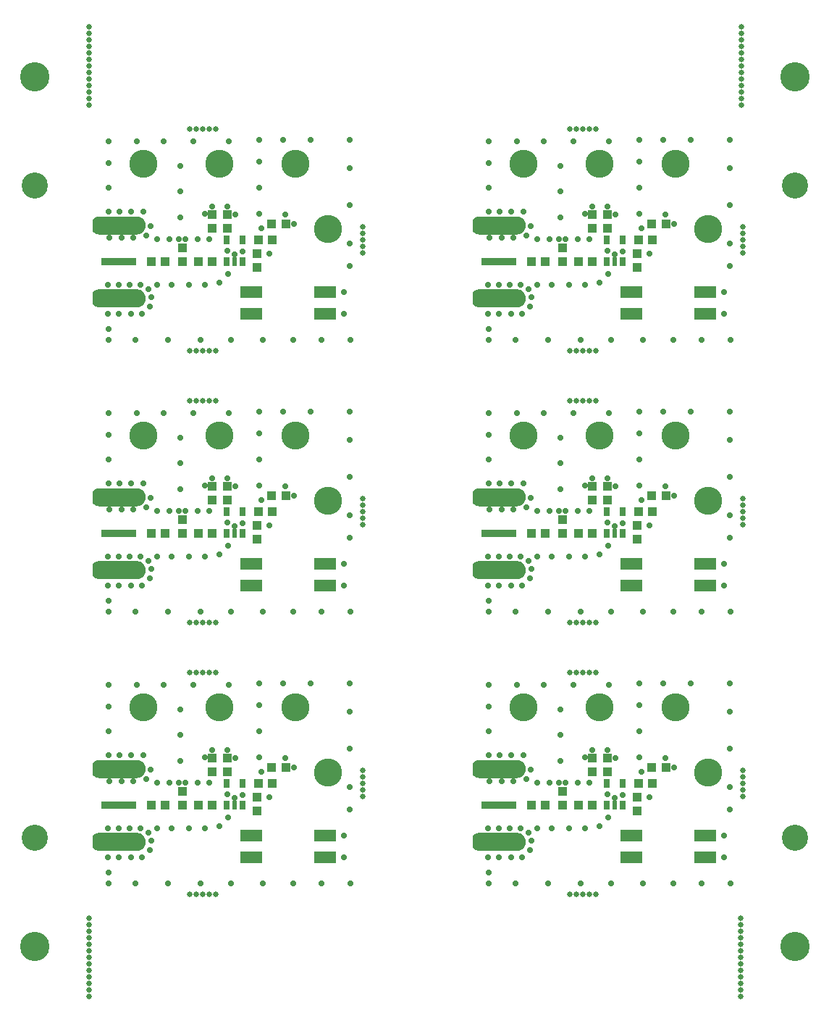
<source format=gbr>
*
%FSLAX26Y26*%
%MOIN*%
%ADD10R,0.028500X0.044500*%
%ADD11R,0.104500X0.054500*%
%ADD12R,0.044500X0.044500*%
%ADD13R,0.164500X0.034500*%
%ADD14C,0.129500*%
%ADD15C,0.028500*%
%ADD16R,0.024750X0.040750*%
%ADD17C,0.135000*%
%ADD18C,0.120000*%
%ADD19C,0.026000*%
%IPPOS*%
%LNcsm.gbr*%
%LPD*%
G75*
G54D10*
X1135500Y900000D03*
X1209500D03*
Y1000000D03*
X1135500D03*
G54D11*
X1248750Y762500D03*
Y662500D03*
X1588750D03*
Y762500D03*
G54D12*
X1004000Y900000D03*
X1068000D03*
X1068750Y1055500D03*
Y1119500D03*
X1137500Y1055500D03*
Y1119500D03*
X1343000Y1075000D03*
X1407000D03*
X930000Y964000D03*
Y900000D03*
X1344500Y1000000D03*
X1280500D03*
X1275000Y938250D03*
Y874250D03*
X852000Y900000D03*
X788000D03*
G54D13*
X637000D03*
G36*
X517750Y759808D02*
G02X550000Y774750I32241J-27312D01*
G01X720000D01*
G02X720000Y690250I0J-42250D01*
G01X550000D01*
G02X517750Y705192I-9J42254D01*
G01Y759808D01*
G37*
G36*
Y1094808D02*
G02X550000Y1109750I32241J-27312D01*
G01X720000D01*
G02X720000Y1025250I0J-42250D01*
G01X550000D01*
G02X517750Y1040192I-9J42254D01*
G01Y1094808D01*
G37*
G54D14*
X1100000Y1350000D03*
X1450000D03*
X750000D03*
X1600000Y1050000D03*
G54D15*
X590000Y540000D03*
Y590000D03*
X715000Y540000D03*
X865000D03*
X1015000D03*
X1155000D03*
X1300000D03*
X1440000D03*
X1570000D03*
X1705000D03*
X587500Y662500D03*
X637500D03*
X693750D03*
X743750D03*
X1675000D03*
X781250Y693750D03*
X787500Y737500D03*
X775000Y775000D03*
X1675000Y762500D03*
X637500Y793750D03*
X587500D03*
X737500D03*
X687500D03*
X815000Y795000D03*
X880000D03*
X1035000D03*
X960000D03*
X1100000Y805000D03*
X1140000Y845000D03*
X1700000Y880000D03*
X1137500Y950000D03*
X1209500Y949000D03*
X1172500Y935000D03*
X1331250Y937500D03*
X1700000Y985000D03*
X595000Y1010000D03*
X705000D03*
X650000D03*
X815000Y1005000D03*
X765000Y1020000D03*
X785000Y1065000D03*
X915000Y1005000D03*
X870000D03*
X945000D03*
X1000000D03*
X1055000D03*
X1293750Y1056250D03*
X1443750Y1075000D03*
X590000Y1130000D03*
X695000D03*
X640000D03*
X750000D03*
X920000Y1105000D03*
X1035000Y1120000D03*
X1137500Y1156250D03*
X1068750D03*
X1175000Y1118750D03*
X1285000Y1120000D03*
X1406250Y1118750D03*
X1700000Y1160000D03*
X590000Y1240000D03*
X920000Y1225000D03*
X1285000Y1240000D03*
X590000Y1355000D03*
X920000Y1340000D03*
X1285000Y1360000D03*
X1700000Y1330000D03*
X590000Y1455000D03*
X720000D03*
X845000D03*
X980000D03*
X1145000D03*
X1285000Y1460000D03*
X1395000D03*
X1520000D03*
X1700000D03*
G54D16*
X1172500Y900000D03*
G54D10*
X1135500Y2150000D03*
X1209500D03*
Y2250000D03*
X1135500D03*
G54D11*
X1248750Y2012500D03*
Y1912500D03*
X1588750D03*
Y2012500D03*
G54D12*
X1004000Y2150000D03*
X1068000D03*
X1068750Y2305500D03*
Y2369500D03*
X1137500Y2305500D03*
Y2369500D03*
X1343000Y2325000D03*
X1407000D03*
X930000Y2214000D03*
Y2150000D03*
X1344500Y2250000D03*
X1280500D03*
X1275000Y2188250D03*
Y2124250D03*
X852000Y2150000D03*
X788000D03*
G54D13*
X637000D03*
G36*
X517750Y2009808D02*
G02X550000Y2024750I32241J-27312D01*
G01X720000D01*
G02X720000Y1940250I0J-42250D01*
G01X550000D01*
G02X517750Y1955192I-9J42254D01*
G01Y2009808D01*
G37*
G36*
Y2344808D02*
G02X550000Y2359750I32241J-27312D01*
G01X720000D01*
G02X720000Y2275250I0J-42250D01*
G01X550000D01*
G02X517750Y2290192I-9J42254D01*
G01Y2344808D01*
G37*
G54D14*
X1100000Y2600000D03*
X1450000D03*
X750000D03*
X1600000Y2300000D03*
G54D15*
X590000Y1790000D03*
Y1840000D03*
X715000Y1790000D03*
X865000D03*
X1015000D03*
X1155000D03*
X1300000D03*
X1440000D03*
X1570000D03*
X1705000D03*
X587500Y1912500D03*
X637500D03*
X693750D03*
X743750D03*
X1675000D03*
X781250Y1943750D03*
X787500Y1987500D03*
X775000Y2025000D03*
X1675000Y2012500D03*
X637500Y2043750D03*
X587500D03*
X737500D03*
X687500D03*
X815000Y2045000D03*
X880000D03*
X1035000D03*
X960000D03*
X1100000Y2055000D03*
X1140000Y2095000D03*
X1700000Y2130000D03*
X1137500Y2200000D03*
X1209500Y2199000D03*
X1172500Y2185000D03*
X1331250Y2187500D03*
X1700000Y2235000D03*
X595000Y2260000D03*
X705000D03*
X650000D03*
X815000Y2255000D03*
X765000Y2270000D03*
X785000Y2315000D03*
X915000Y2255000D03*
X870000D03*
X945000D03*
X1000000D03*
X1055000D03*
X1293750Y2306250D03*
X1443750Y2325000D03*
X590000Y2380000D03*
X695000D03*
X640000D03*
X750000D03*
X920000Y2355000D03*
X1035000Y2370000D03*
X1137500Y2406250D03*
X1068750D03*
X1175000Y2368750D03*
X1285000Y2370000D03*
X1406250Y2368750D03*
X1700000Y2410000D03*
X590000Y2490000D03*
X920000Y2475000D03*
X1285000Y2490000D03*
X590000Y2605000D03*
X920000Y2590000D03*
X1285000Y2610000D03*
X1700000Y2580000D03*
X590000Y2705000D03*
X720000D03*
X845000D03*
X980000D03*
X1145000D03*
X1285000Y2710000D03*
X1395000D03*
X1520000D03*
X1700000D03*
G54D16*
X1172500Y2150000D03*
G54D10*
X1135500Y3400000D03*
X1209500D03*
Y3500000D03*
X1135500D03*
G54D11*
X1248750Y3262500D03*
Y3162500D03*
X1588750D03*
Y3262500D03*
G54D12*
X1004000Y3400000D03*
X1068000D03*
X1068750Y3555500D03*
Y3619500D03*
X1137500Y3555500D03*
Y3619500D03*
X1343000Y3575000D03*
X1407000D03*
X930000Y3464000D03*
Y3400000D03*
X1344500Y3500000D03*
X1280500D03*
X1275000Y3438250D03*
Y3374250D03*
X852000Y3400000D03*
X788000D03*
G54D13*
X637000D03*
G36*
X517750Y3259808D02*
G02X550000Y3274750I32241J-27312D01*
G01X720000D01*
G02X720000Y3190250I0J-42250D01*
G01X550000D01*
G02X517750Y3205192I-9J42254D01*
G01Y3259808D01*
G37*
G36*
Y3594808D02*
G02X550000Y3609750I32241J-27312D01*
G01X720000D01*
G02X720000Y3525250I0J-42250D01*
G01X550000D01*
G02X517750Y3540192I-9J42254D01*
G01Y3594808D01*
G37*
G54D14*
X1100000Y3850000D03*
X1450000D03*
X750000D03*
X1600000Y3550000D03*
G54D15*
X590000Y3040000D03*
Y3090000D03*
X715000Y3040000D03*
X865000D03*
X1015000D03*
X1155000D03*
X1300000D03*
X1440000D03*
X1570000D03*
X1705000D03*
X587500Y3162500D03*
X637500D03*
X693750D03*
X743750D03*
X1675000D03*
X781250Y3193750D03*
X787500Y3237500D03*
X775000Y3275000D03*
X1675000Y3262500D03*
X637500Y3293750D03*
X587500D03*
X737500D03*
X687500D03*
X815000Y3295000D03*
X880000D03*
X1035000D03*
X960000D03*
X1100000Y3305000D03*
X1140000Y3345000D03*
X1700000Y3380000D03*
X1137500Y3450000D03*
X1209500Y3449000D03*
X1172500Y3435000D03*
X1331250Y3437500D03*
X1700000Y3485000D03*
X595000Y3510000D03*
X705000D03*
X650000D03*
X815000Y3505000D03*
X765000Y3520000D03*
X785000Y3565000D03*
X915000Y3505000D03*
X870000D03*
X945000D03*
X1000000D03*
X1055000D03*
X1293750Y3556250D03*
X1443750Y3575000D03*
X590000Y3630000D03*
X695000D03*
X640000D03*
X750000D03*
X920000Y3605000D03*
X1035000Y3620000D03*
X1137500Y3656250D03*
X1068750D03*
X1175000Y3618750D03*
X1285000Y3620000D03*
X1406250Y3618750D03*
X1700000Y3660000D03*
X590000Y3740000D03*
X920000Y3725000D03*
X1285000Y3740000D03*
X590000Y3855000D03*
X920000Y3840000D03*
X1285000Y3860000D03*
X1700000Y3830000D03*
X590000Y3955000D03*
X720000D03*
X845000D03*
X980000D03*
X1145000D03*
X1285000Y3960000D03*
X1395000D03*
X1520000D03*
X1700000D03*
G54D16*
X1172500Y3400000D03*
G54D10*
X2885500Y900000D03*
X2959500D03*
Y1000000D03*
X2885500D03*
G54D11*
X2998750Y762500D03*
Y662500D03*
X3338750D03*
Y762500D03*
G54D12*
X2754000Y900000D03*
X2818000D03*
X2818750Y1055500D03*
Y1119500D03*
X2887500Y1055500D03*
Y1119500D03*
X3093000Y1075000D03*
X3157000D03*
X2680000Y964000D03*
Y900000D03*
X3094500Y1000000D03*
X3030500D03*
X3025000Y938250D03*
Y874250D03*
X2602000Y900000D03*
X2538000D03*
G54D13*
X2387000D03*
G36*
X2267750Y759808D02*
G02X2300000Y774750I32241J-27312D01*
G01X2470000D01*
G02X2470000Y690250I0J-42250D01*
G01X2300000D01*
G02X2267750Y705192I-9J42254D01*
G01Y759808D01*
G37*
G36*
Y1094808D02*
G02X2300000Y1109750I32241J-27312D01*
G01X2470000D01*
G02X2470000Y1025250I0J-42250D01*
G01X2300000D01*
G02X2267750Y1040192I-9J42254D01*
G01Y1094808D01*
G37*
G54D14*
X2850000Y1350000D03*
X3200000D03*
X2500000D03*
X3350000Y1050000D03*
G54D15*
X2340000Y540000D03*
Y590000D03*
X2465000Y540000D03*
X2615000D03*
X2765000D03*
X2905000D03*
X3050000D03*
X3190000D03*
X3320000D03*
X3455000D03*
X2337500Y662500D03*
X2387500D03*
X2443750D03*
X2493750D03*
X3425000D03*
X2531250Y693750D03*
X2537500Y737500D03*
X2525000Y775000D03*
X3425000Y762500D03*
X2387500Y793750D03*
X2337500D03*
X2487500D03*
X2437500D03*
X2565000Y795000D03*
X2630000D03*
X2785000D03*
X2710000D03*
X2850000Y805000D03*
X2890000Y845000D03*
X3450000Y880000D03*
X2887500Y950000D03*
X2959500Y949000D03*
X2922500Y935000D03*
X3081250Y937500D03*
X3450000Y985000D03*
X2345000Y1010000D03*
X2455000D03*
X2400000D03*
X2565000Y1005000D03*
X2515000Y1020000D03*
X2535000Y1065000D03*
X2665000Y1005000D03*
X2620000D03*
X2695000D03*
X2750000D03*
X2805000D03*
X3043750Y1056250D03*
X3193750Y1075000D03*
X2340000Y1130000D03*
X2445000D03*
X2390000D03*
X2500000D03*
X2670000Y1105000D03*
X2785000Y1120000D03*
X2887500Y1156250D03*
X2818750D03*
X2925000Y1118750D03*
X3035000Y1120000D03*
X3156250Y1118750D03*
X3450000Y1160000D03*
X2340000Y1240000D03*
X2670000Y1225000D03*
X3035000Y1240000D03*
X2340000Y1355000D03*
X2670000Y1340000D03*
X3035000Y1360000D03*
X3450000Y1330000D03*
X2340000Y1455000D03*
X2470000D03*
X2595000D03*
X2730000D03*
X2895000D03*
X3035000Y1460000D03*
X3145000D03*
X3270000D03*
X3450000D03*
G54D16*
X2922500Y900000D03*
G54D10*
X2885500Y2150000D03*
X2959500D03*
Y2250000D03*
X2885500D03*
G54D11*
X2998750Y2012500D03*
Y1912500D03*
X3338750D03*
Y2012500D03*
G54D12*
X2754000Y2150000D03*
X2818000D03*
X2818750Y2305500D03*
Y2369500D03*
X2887500Y2305500D03*
Y2369500D03*
X3093000Y2325000D03*
X3157000D03*
X2680000Y2214000D03*
Y2150000D03*
X3094500Y2250000D03*
X3030500D03*
X3025000Y2188250D03*
Y2124250D03*
X2602000Y2150000D03*
X2538000D03*
G54D13*
X2387000D03*
G36*
X2267750Y2009808D02*
G02X2300000Y2024750I32241J-27312D01*
G01X2470000D01*
G02X2470000Y1940250I0J-42250D01*
G01X2300000D01*
G02X2267750Y1955192I-9J42254D01*
G01Y2009808D01*
G37*
G36*
Y2344808D02*
G02X2300000Y2359750I32241J-27312D01*
G01X2470000D01*
G02X2470000Y2275250I0J-42250D01*
G01X2300000D01*
G02X2267750Y2290192I-9J42254D01*
G01Y2344808D01*
G37*
G54D14*
X2850000Y2600000D03*
X3200000D03*
X2500000D03*
X3350000Y2300000D03*
G54D15*
X2340000Y1790000D03*
Y1840000D03*
X2465000Y1790000D03*
X2615000D03*
X2765000D03*
X2905000D03*
X3050000D03*
X3190000D03*
X3320000D03*
X3455000D03*
X2337500Y1912500D03*
X2387500D03*
X2443750D03*
X2493750D03*
X3425000D03*
X2531250Y1943750D03*
X2537500Y1987500D03*
X2525000Y2025000D03*
X3425000Y2012500D03*
X2387500Y2043750D03*
X2337500D03*
X2487500D03*
X2437500D03*
X2565000Y2045000D03*
X2630000D03*
X2785000D03*
X2710000D03*
X2850000Y2055000D03*
X2890000Y2095000D03*
X3450000Y2130000D03*
X2887500Y2200000D03*
X2959500Y2199000D03*
X2922500Y2185000D03*
X3081250Y2187500D03*
X3450000Y2235000D03*
X2345000Y2260000D03*
X2455000D03*
X2400000D03*
X2565000Y2255000D03*
X2515000Y2270000D03*
X2535000Y2315000D03*
X2665000Y2255000D03*
X2620000D03*
X2695000D03*
X2750000D03*
X2805000D03*
X3043750Y2306250D03*
X3193750Y2325000D03*
X2340000Y2380000D03*
X2445000D03*
X2390000D03*
X2500000D03*
X2670000Y2355000D03*
X2785000Y2370000D03*
X2887500Y2406250D03*
X2818750D03*
X2925000Y2368750D03*
X3035000Y2370000D03*
X3156250Y2368750D03*
X3450000Y2410000D03*
X2340000Y2490000D03*
X2670000Y2475000D03*
X3035000Y2490000D03*
X2340000Y2605000D03*
X2670000Y2590000D03*
X3035000Y2610000D03*
X3450000Y2580000D03*
X2340000Y2705000D03*
X2470000D03*
X2595000D03*
X2730000D03*
X2895000D03*
X3035000Y2710000D03*
X3145000D03*
X3270000D03*
X3450000D03*
G54D16*
X2922500Y2150000D03*
G54D10*
X2885500Y3400000D03*
X2959500D03*
Y3500000D03*
X2885500D03*
G54D11*
X2998750Y3262500D03*
Y3162500D03*
X3338750D03*
Y3262500D03*
G54D12*
X2754000Y3400000D03*
X2818000D03*
X2818750Y3555500D03*
Y3619500D03*
X2887500Y3555500D03*
Y3619500D03*
X3093000Y3575000D03*
X3157000D03*
X2680000Y3464000D03*
Y3400000D03*
X3094500Y3500000D03*
X3030500D03*
X3025000Y3438250D03*
Y3374250D03*
X2602000Y3400000D03*
X2538000D03*
G54D13*
X2387000D03*
G36*
X2267750Y3259808D02*
G02X2300000Y3274750I32241J-27312D01*
G01X2470000D01*
G02X2470000Y3190250I0J-42250D01*
G01X2300000D01*
G02X2267750Y3205192I-9J42254D01*
G01Y3259808D01*
G37*
G36*
Y3594808D02*
G02X2300000Y3609750I32241J-27312D01*
G01X2470000D01*
G02X2470000Y3525250I0J-42250D01*
G01X2300000D01*
G02X2267750Y3540192I-9J42254D01*
G01Y3594808D01*
G37*
G54D14*
X2850000Y3850000D03*
X3200000D03*
X2500000D03*
X3350000Y3550000D03*
G54D15*
X2340000Y3040000D03*
Y3090000D03*
X2465000Y3040000D03*
X2615000D03*
X2765000D03*
X2905000D03*
X3050000D03*
X3190000D03*
X3320000D03*
X3455000D03*
X2337500Y3162500D03*
X2387500D03*
X2443750D03*
X2493750D03*
X3425000D03*
X2531250Y3193750D03*
X2537500Y3237500D03*
X2525000Y3275000D03*
X3425000Y3262500D03*
X2387500Y3293750D03*
X2337500D03*
X2487500D03*
X2437500D03*
X2565000Y3295000D03*
X2630000D03*
X2785000D03*
X2710000D03*
X2850000Y3305000D03*
X2890000Y3345000D03*
X3450000Y3380000D03*
X2887500Y3450000D03*
X2959500Y3449000D03*
X2922500Y3435000D03*
X3081250Y3437500D03*
X3450000Y3485000D03*
X2345000Y3510000D03*
X2455000D03*
X2400000D03*
X2565000Y3505000D03*
X2515000Y3520000D03*
X2535000Y3565000D03*
X2665000Y3505000D03*
X2620000D03*
X2695000D03*
X2750000D03*
X2805000D03*
X3043750Y3556250D03*
X3193750Y3575000D03*
X2340000Y3630000D03*
X2445000D03*
X2390000D03*
X2500000D03*
X2670000Y3605000D03*
X2785000Y3620000D03*
X2887500Y3656250D03*
X2818750D03*
X2925000Y3618750D03*
X3035000Y3620000D03*
X3156250Y3618750D03*
X3450000Y3660000D03*
X2340000Y3740000D03*
X2670000Y3725000D03*
X3035000Y3740000D03*
X2340000Y3855000D03*
X2670000Y3840000D03*
X3035000Y3860000D03*
X3450000Y3830000D03*
X2340000Y3955000D03*
X2470000D03*
X2595000D03*
X2730000D03*
X2895000D03*
X3035000Y3960000D03*
X3145000D03*
X3270000D03*
X3450000D03*
G54D16*
X2922500Y3400000D03*
G54D17*
X250000Y250000D03*
G54D18*
Y750000D03*
G54D17*
X3750000Y250000D03*
G54D18*
Y750000D03*
G54D17*
X250000Y4250000D03*
G54D18*
Y3750000D03*
G54D17*
X3750000Y4250000D03*
G54D18*
Y3750000D03*
G54D19*
X1025000Y490000D03*
G54D19*
X995000D03*
G54D19*
X965000D03*
G54D19*
X1055000D03*
G54D19*
X1085000D03*
G54D19*
X1025000Y1510000D03*
G54D19*
X1055000D03*
G54D19*
X1085000D03*
G54D19*
X995000D03*
G54D19*
X965000D03*
X1760000Y1000000D03*
Y970000D03*
Y940000D03*
Y1030000D03*
Y1060000D03*
G54D19*
X1025000Y1740000D03*
G54D19*
X995000D03*
G54D19*
X965000D03*
G54D19*
X1055000D03*
G54D19*
X1085000D03*
G54D19*
X1025000Y2760000D03*
G54D19*
X1055000D03*
G54D19*
X1085000D03*
G54D19*
X995000D03*
G54D19*
X965000D03*
X1760000Y2250000D03*
Y2220000D03*
Y2190000D03*
Y2280000D03*
Y2310000D03*
G54D19*
X1025000Y2990000D03*
G54D19*
X995000D03*
G54D19*
X965000D03*
G54D19*
X1055000D03*
G54D19*
X1085000D03*
G54D19*
X1025000Y4010000D03*
G54D19*
X1055000D03*
G54D19*
X1085000D03*
G54D19*
X995000D03*
G54D19*
X965000D03*
X1760000Y3500000D03*
Y3470000D03*
Y3440000D03*
Y3530000D03*
Y3560000D03*
G54D19*
X2775000Y490000D03*
G54D19*
X2745000D03*
G54D19*
X2715000D03*
G54D19*
X2805000D03*
G54D19*
X2835000D03*
G54D19*
X2775000Y1510000D03*
G54D19*
X2805000D03*
G54D19*
X2835000D03*
G54D19*
X2745000D03*
G54D19*
X2715000D03*
X3510000Y1000000D03*
Y970000D03*
Y940000D03*
Y1030000D03*
Y1060000D03*
G54D19*
X2775000Y1740000D03*
G54D19*
X2745000D03*
G54D19*
X2715000D03*
G54D19*
X2805000D03*
G54D19*
X2835000D03*
G54D19*
X2775000Y2760000D03*
G54D19*
X2805000D03*
G54D19*
X2835000D03*
G54D19*
X2745000D03*
G54D19*
X2715000D03*
X3510000Y2250000D03*
Y2220000D03*
Y2190000D03*
Y2280000D03*
Y2310000D03*
G54D19*
X2775000Y2990000D03*
G54D19*
X2745000D03*
G54D19*
X2715000D03*
G54D19*
X2805000D03*
G54D19*
X2835000D03*
G54D19*
X2775000Y4010000D03*
G54D19*
X2805000D03*
G54D19*
X2835000D03*
G54D19*
X2745000D03*
G54D19*
X2715000D03*
X3510000Y3500000D03*
Y3470000D03*
Y3440000D03*
Y3530000D03*
Y3560000D03*
X500000Y380000D03*
Y350000D03*
Y320000D03*
Y290000D03*
Y260000D03*
Y230000D03*
Y200000D03*
Y170000D03*
Y140000D03*
Y110000D03*
Y80000D03*
Y50000D03*
Y20000D03*
Y4120000D03*
Y4150000D03*
Y4180000D03*
Y4210000D03*
Y4240000D03*
Y4270000D03*
Y4300000D03*
Y4330000D03*
Y4360000D03*
Y4390000D03*
Y4420000D03*
Y4450000D03*
Y4480000D03*
X3500000Y380000D03*
Y350000D03*
Y320000D03*
Y290000D03*
Y260000D03*
Y230000D03*
Y200000D03*
Y170000D03*
Y140000D03*
Y110000D03*
Y80000D03*
Y50000D03*
Y20000D03*
X3504896Y4120000D03*
Y4150000D03*
Y4180000D03*
Y4210000D03*
Y4240000D03*
Y4270000D03*
Y4300000D03*
Y4330000D03*
Y4360000D03*
Y4390000D03*
Y4420000D03*
Y4450000D03*
Y4480000D03*
M02*

</source>
